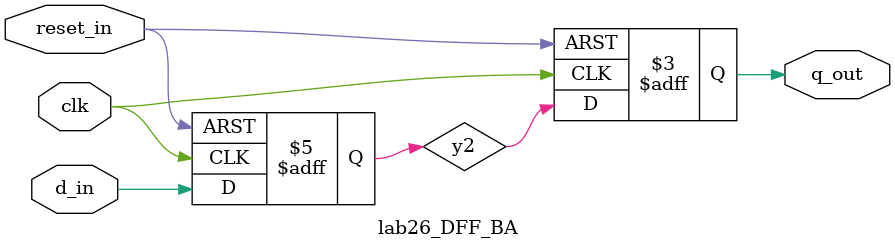
<source format=v>
`timescale 1ns / 1ps


module lab26_DFF_BA(
                    input d_in,
                    input clk,
                    input reset_in,
                    output reg q_out
                    );

reg y1, y2;

always @(posedge clk or negedge reset_in)
begin
    if(!reset_in)
    begin
        y1 = 1'b0;
        y2 = 1'b0;
        q_out = 1'b0;
    end
    else
    begin  
        y1 = d_in;
        q_out = y2;
        y2 = y1;
        

    end
end
endmodule

</source>
